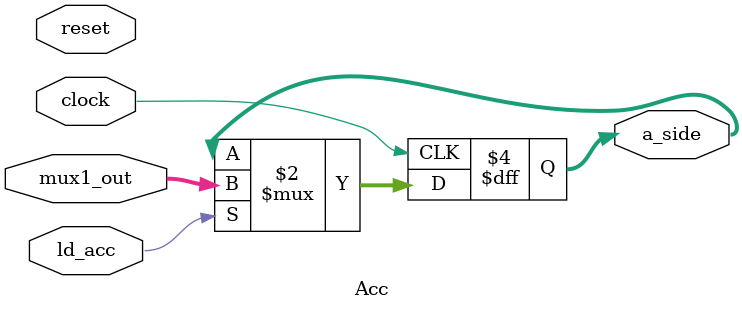
<source format=v>
  

module Acc (clock,reset,mux1_out,ld_acc,a_side);
    input clock;
    input reset;
    input [7:0]mux1_out;
    input ld_acc;
    output  reg [7:0]a_side;
    always @ (posedge clock) begin
    if (ld_acc) 
        a_side <= mux1_out;
    end
endmodule

</source>
